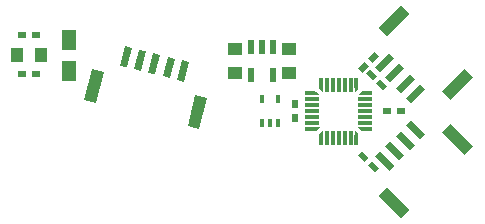
<source format=gbr>
G04 #@! TF.FileFunction,Paste,Bot*
%FSLAX46Y46*%
G04 Gerber Fmt 4.6, Leading zero omitted, Abs format (unit mm)*
G04 Created by KiCad (PCBNEW 4.0.7-e2-6376~58~ubuntu14.04.1) date Wed May 23 17:18:52 2018*
%MOMM*%
%LPD*%
G01*
G04 APERTURE LIST*
%ADD10C,0.100000*%
%ADD11R,0.800000X0.500000*%
%ADD12R,0.900000X0.300000*%
%ADD13R,1.200000X0.300000*%
%ADD14R,0.300000X0.900000*%
%ADD15R,0.300000X1.200000*%
%ADD16R,1.000000X1.200000*%
%ADD17R,1.200000X1.000000*%
%ADD18R,0.600000X1.200000*%
%ADD19R,0.500000X0.800000*%
%ADD20R,1.250000X1.800000*%
%ADD21R,0.300000X0.800000*%
G04 APERTURE END LIST*
D10*
G36*
X204367068Y-103276687D02*
X205569150Y-104478769D01*
X205144886Y-104903033D01*
X203942804Y-103700951D01*
X204367068Y-103276687D01*
X204367068Y-103276687D01*
G37*
G36*
X203483184Y-104160571D02*
X204685266Y-105362653D01*
X204261002Y-105786917D01*
X203058920Y-104584835D01*
X203483184Y-104160571D01*
X203483184Y-104160571D01*
G37*
G36*
X205250951Y-102392804D02*
X206453033Y-103594886D01*
X206028769Y-104019150D01*
X204826687Y-102817068D01*
X205250951Y-102392804D01*
X205250951Y-102392804D01*
G37*
G36*
X206134835Y-101508920D02*
X207336917Y-102711002D01*
X206912653Y-103135266D01*
X205710571Y-101933184D01*
X206134835Y-101508920D01*
X206134835Y-101508920D01*
G37*
G36*
X204066547Y-107183452D02*
X205975736Y-109092641D01*
X205268629Y-109799748D01*
X203359440Y-107890559D01*
X204066547Y-107183452D01*
X204066547Y-107183452D01*
G37*
G36*
X209440559Y-101809440D02*
X211349748Y-103718629D01*
X210642641Y-104425736D01*
X208733452Y-102516547D01*
X209440559Y-101809440D01*
X209440559Y-101809440D01*
G37*
D11*
X204100000Y-100750000D03*
X205300000Y-100750000D03*
D12*
X202400000Y-99250000D03*
D13*
X202250000Y-99750000D03*
X202250000Y-100250000D03*
X202250000Y-100750000D03*
X202250000Y-101250000D03*
X202250000Y-101750000D03*
D12*
X202400000Y-102250000D03*
D14*
X201500000Y-103150000D03*
D15*
X201000000Y-103000000D03*
X200500000Y-103000000D03*
X200000000Y-103000000D03*
X199500000Y-103000000D03*
X199000000Y-103000000D03*
D14*
X198500000Y-103150000D03*
D12*
X197600000Y-102250000D03*
D13*
X197750000Y-101750000D03*
X197750000Y-101250000D03*
X197750000Y-100750000D03*
X197750000Y-100250000D03*
X197750000Y-99750000D03*
D12*
X197600000Y-99250000D03*
D14*
X198500000Y-98350000D03*
D15*
X199000000Y-98500000D03*
X199500000Y-98500000D03*
X200000000Y-98500000D03*
X200500000Y-98500000D03*
X201000000Y-98500000D03*
D14*
X201500000Y-98350000D03*
D10*
G36*
X202400000Y-99400000D02*
X201600000Y-99400000D01*
X201900000Y-99100000D01*
X202100000Y-99100000D01*
X202400000Y-99400000D01*
X202400000Y-99400000D01*
G37*
G36*
X201350000Y-99150000D02*
X201350000Y-98350000D01*
X201650000Y-98650000D01*
X201650000Y-98850000D01*
X201350000Y-99150000D01*
X201350000Y-99150000D01*
G37*
G36*
X198650000Y-102350000D02*
X198650000Y-103150000D01*
X198350000Y-102850000D01*
X198350000Y-102650000D01*
X198650000Y-102350000D01*
X198650000Y-102350000D01*
G37*
G36*
X197600000Y-102100000D02*
X198400000Y-102100000D01*
X198100000Y-102400000D01*
X197900000Y-102400000D01*
X197600000Y-102100000D01*
X197600000Y-102100000D01*
G37*
G36*
X201600000Y-102100000D02*
X202400000Y-102100000D01*
X202100000Y-102400000D01*
X201900000Y-102400000D01*
X201600000Y-102100000D01*
X201600000Y-102100000D01*
G37*
G36*
X201350000Y-103150000D02*
X201350000Y-102350000D01*
X201650000Y-102650000D01*
X201650000Y-102850000D01*
X201350000Y-103150000D01*
X201350000Y-103150000D01*
G37*
G36*
X198400000Y-99400000D02*
X197600000Y-99400000D01*
X197900000Y-99100000D01*
X198100000Y-99100000D01*
X198400000Y-99400000D01*
X198400000Y-99400000D01*
G37*
G36*
X198650000Y-98350000D02*
X198650000Y-99150000D01*
X198350000Y-98850000D01*
X198350000Y-98650000D01*
X198650000Y-98350000D01*
X198650000Y-98350000D01*
G37*
D11*
X173200000Y-94300000D03*
X174400000Y-94300000D03*
X173200000Y-97600000D03*
X174400000Y-97600000D03*
D16*
X172800000Y-96000000D03*
X174800000Y-96000000D03*
D17*
X191250000Y-95500000D03*
X191250000Y-97500000D03*
D18*
X193500000Y-95350000D03*
X192550000Y-95350000D03*
X194450000Y-95350000D03*
X194450000Y-97650000D03*
X192550000Y-97650000D03*
D17*
X195750000Y-97500000D03*
X195750000Y-95500000D03*
D10*
G36*
X203030330Y-95716117D02*
X203383883Y-96069670D01*
X202818198Y-96635355D01*
X202464645Y-96281802D01*
X203030330Y-95716117D01*
X203030330Y-95716117D01*
G37*
G36*
X202181802Y-96564645D02*
X202535355Y-96918198D01*
X201969670Y-97483883D01*
X201616117Y-97130330D01*
X202181802Y-96564645D01*
X202181802Y-96564645D01*
G37*
G36*
X204083883Y-98630330D02*
X203730330Y-98983883D01*
X203164645Y-98418198D01*
X203518198Y-98064645D01*
X204083883Y-98630330D01*
X204083883Y-98630330D01*
G37*
G36*
X203235355Y-97781802D02*
X202881802Y-98135355D01*
X202316117Y-97569670D01*
X202669670Y-97216117D01*
X203235355Y-97781802D01*
X203235355Y-97781802D01*
G37*
G36*
X203383883Y-105530330D02*
X203030330Y-105883883D01*
X202464645Y-105318198D01*
X202818198Y-104964645D01*
X203383883Y-105530330D01*
X203383883Y-105530330D01*
G37*
G36*
X202535355Y-104681802D02*
X202181802Y-105035355D01*
X201616117Y-104469670D01*
X201969670Y-104116117D01*
X202535355Y-104681802D01*
X202535355Y-104681802D01*
G37*
D19*
X196280000Y-100150000D03*
X196280000Y-101350000D03*
D20*
X177200000Y-94750000D03*
X177200000Y-97350000D03*
D10*
G36*
X204826687Y-98782932D02*
X206028769Y-97580850D01*
X206453033Y-98005114D01*
X205250951Y-99207196D01*
X204826687Y-98782932D01*
X204826687Y-98782932D01*
G37*
G36*
X205710571Y-99666816D02*
X206912653Y-98464734D01*
X207336917Y-98888998D01*
X206134835Y-100091080D01*
X205710571Y-99666816D01*
X205710571Y-99666816D01*
G37*
G36*
X203942804Y-97899049D02*
X205144886Y-96696967D01*
X205569150Y-97121231D01*
X204367068Y-98323313D01*
X203942804Y-97899049D01*
X203942804Y-97899049D01*
G37*
G36*
X203058920Y-97015165D02*
X204261002Y-95813083D01*
X204685266Y-96237347D01*
X203483184Y-97439429D01*
X203058920Y-97015165D01*
X203058920Y-97015165D01*
G37*
G36*
X208733452Y-99083453D02*
X210642641Y-97174264D01*
X211349748Y-97881371D01*
X209440559Y-99790560D01*
X208733452Y-99083453D01*
X208733452Y-99083453D01*
G37*
G36*
X203359440Y-93709441D02*
X205268629Y-91800252D01*
X205975736Y-92507359D01*
X204066547Y-94416548D01*
X203359440Y-93709441D01*
X203359440Y-93709441D01*
G37*
G36*
X184883797Y-95995352D02*
X184472530Y-97644855D01*
X183890353Y-97499702D01*
X184301620Y-95850199D01*
X184883797Y-95995352D01*
X184883797Y-95995352D01*
G37*
G36*
X183670927Y-95692949D02*
X183259660Y-97342452D01*
X182677483Y-97197299D01*
X183088750Y-95547796D01*
X183670927Y-95692949D01*
X183670927Y-95692949D01*
G37*
G36*
X186096667Y-96297754D02*
X185685400Y-97947257D01*
X185103223Y-97802104D01*
X185514490Y-96152601D01*
X186096667Y-96297754D01*
X186096667Y-96297754D01*
G37*
G36*
X187309536Y-96600157D02*
X186898269Y-98249660D01*
X186316092Y-98104507D01*
X186727359Y-96455004D01*
X187309536Y-96600157D01*
X187309536Y-96600157D01*
G37*
G36*
X180094624Y-97429342D02*
X179441435Y-100049140D01*
X178471140Y-99807218D01*
X179124329Y-97187420D01*
X180094624Y-97429342D01*
X180094624Y-97429342D01*
G37*
G36*
X188827286Y-99606639D02*
X188174097Y-102226437D01*
X187203802Y-101984515D01*
X187856991Y-99364717D01*
X188827286Y-99606639D01*
X188827286Y-99606639D01*
G37*
G36*
X181875881Y-95245394D02*
X182458058Y-95390547D01*
X182046791Y-97040050D01*
X181464614Y-96894897D01*
X181875881Y-95245394D01*
X181875881Y-95245394D01*
G37*
D21*
X194830000Y-101750000D03*
X194180000Y-101750000D03*
X193530000Y-101750000D03*
X193530000Y-99750000D03*
X194830000Y-99750000D03*
M02*

</source>
